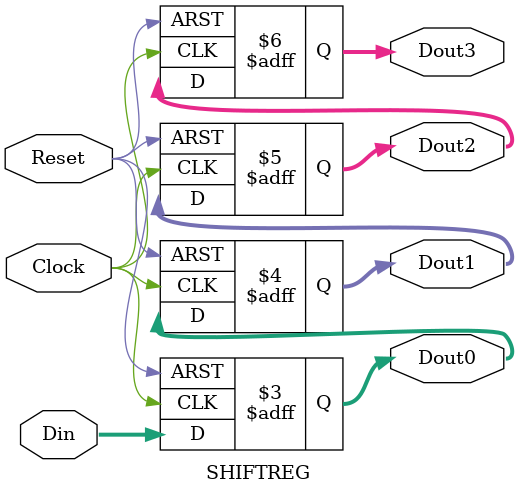
<source format=sv>
module SHIFTREG (
    output reg [7:0] Dout0, Dout1, Dout2, Dout3,
    input wire Clock, Reset,
    input wire [7:0] Din
);

always @ (posedge Clock or negedge Reset)
begin: SHIFT_REGISTER
    if (!Reset)
    begin
        Dout0 <= 8'h00; 
        Dout1 <= 8'h00; 
        Dout2 <= 8'h00; 
        Dout3 <= 8'h00;
    end
    else
    begin
        Dout0 <= Din;   
        Dout1 <= Dout0;   
        Dout2 <= Dout1;   
        Dout3 <= Dout2;
    end
end

endmodule

</source>
